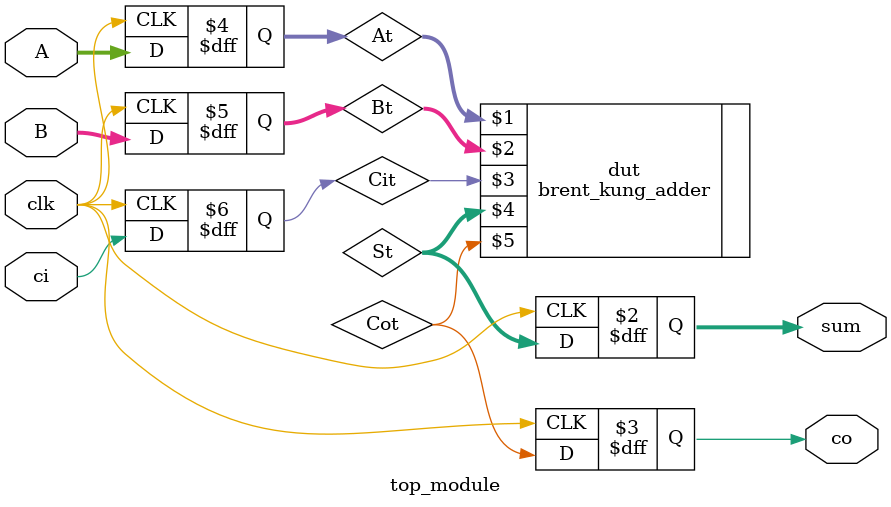
<source format=v>
module top_module (
	input clk, ci,
	input [31:0] A, B,
	output reg [31:0] sum,
	output reg co
);

reg [31:0] At, Bt;
reg Cit;
wire [31:0] St;
wire Cot;

brent_kung_adder dut (At, Bt, Cit, St, Cot);

always @(posedge clk) begin
	At <= A;
	Bt <= B;
	Cit <= ci;
	
	sum <= St;
	co <= Cot;
end

endmodule 
</source>
